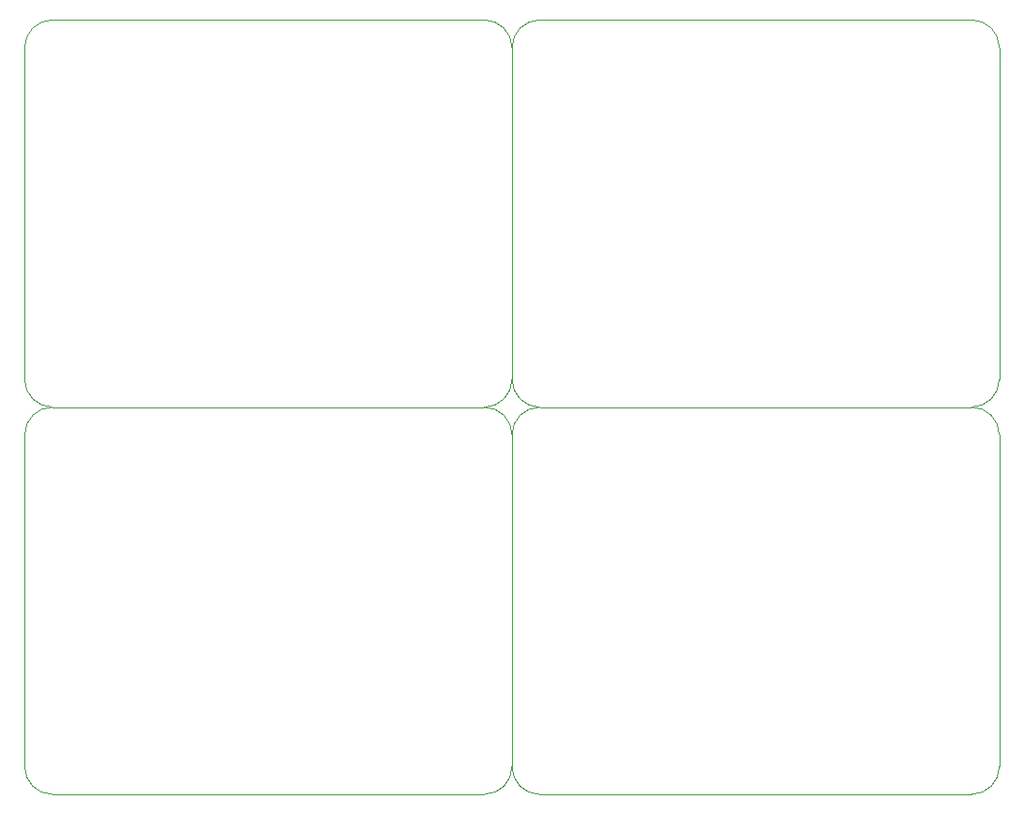
<source format=gm1>
G04 #@! TF.GenerationSoftware,KiCad,Pcbnew,5.1.5*
G04 #@! TF.CreationDate,2020-02-06T11:23:30+09:00*
G04 #@! TF.ProjectId,MIDI-Guy_menduke,4d494449-2d47-4757-995f-6d656e64756b,rev?*
G04 #@! TF.SameCoordinates,Original*
G04 #@! TF.FileFunction,Profile,NP*
%FSLAX46Y46*%
G04 Gerber Fmt 4.6, Leading zero omitted, Abs format (unit mm)*
G04 Created by KiCad (PCBNEW 5.1.5) date 2020-02-06 11:23:30*
%MOMM*%
%LPD*%
G04 APERTURE LIST*
%ADD10C,0.050000*%
G04 APERTURE END LIST*
D10*
X115500000Y-87000000D02*
X154500000Y-87000000D01*
X71500000Y-87000000D02*
X110500000Y-87000000D01*
X115500000Y-52000000D02*
X154500000Y-52000000D01*
X113000000Y-89500000D02*
G75*
G02X115500000Y-87000000I2500000J0D01*
G01*
X69000000Y-89500000D02*
G75*
G02X71500000Y-87000000I2500000J0D01*
G01*
X113000000Y-54500000D02*
G75*
G02X115500000Y-52000000I2500000J0D01*
G01*
X157000000Y-89500000D02*
X157000000Y-119500000D01*
X113000000Y-89500000D02*
X113000000Y-119500000D01*
X157000000Y-54500000D02*
X157000000Y-84500000D01*
X154500000Y-87000000D02*
G75*
G02X157000000Y-89500000I0J-2500000D01*
G01*
X110500000Y-87000000D02*
G75*
G02X113000000Y-89500000I0J-2500000D01*
G01*
X154500000Y-52000000D02*
G75*
G02X157000000Y-54500000I0J-2500000D01*
G01*
X157000000Y-119500000D02*
G75*
G02X154500000Y-122000000I-2500000J0D01*
G01*
X113000000Y-119500000D02*
G75*
G02X110500000Y-122000000I-2500000J0D01*
G01*
X157000000Y-84500000D02*
G75*
G02X154500000Y-87000000I-2500000J0D01*
G01*
X115500000Y-122000000D02*
G75*
G02X113000000Y-119500000I0J2500000D01*
G01*
X71500000Y-122000000D02*
G75*
G02X69000000Y-119500000I0J2500000D01*
G01*
X115500000Y-87000000D02*
G75*
G02X113000000Y-84500000I0J2500000D01*
G01*
X113000000Y-119500000D02*
X113000000Y-89500000D01*
X69000000Y-119500000D02*
X69000000Y-89500000D01*
X113000000Y-84500000D02*
X113000000Y-54500000D01*
X154500000Y-122000000D02*
X115500000Y-122000000D01*
X110500000Y-122000000D02*
X71500000Y-122000000D01*
X154500000Y-87000000D02*
X115500000Y-87000000D01*
X69000000Y-84500000D02*
X69000000Y-54500000D01*
X71500000Y-87000000D02*
G75*
G02X69000000Y-84500000I0J2500000D01*
G01*
X110500000Y-87000000D02*
X71500000Y-87000000D01*
X113000000Y-54500000D02*
X113000000Y-84500000D01*
X71500000Y-52000000D02*
X110500000Y-52000000D01*
X69000000Y-54500000D02*
G75*
G02X71500000Y-52000000I2500000J0D01*
G01*
X113000000Y-84500000D02*
G75*
G02X110500000Y-87000000I-2500000J0D01*
G01*
X110500000Y-52000000D02*
G75*
G02X113000000Y-54500000I0J-2500000D01*
G01*
M02*

</source>
